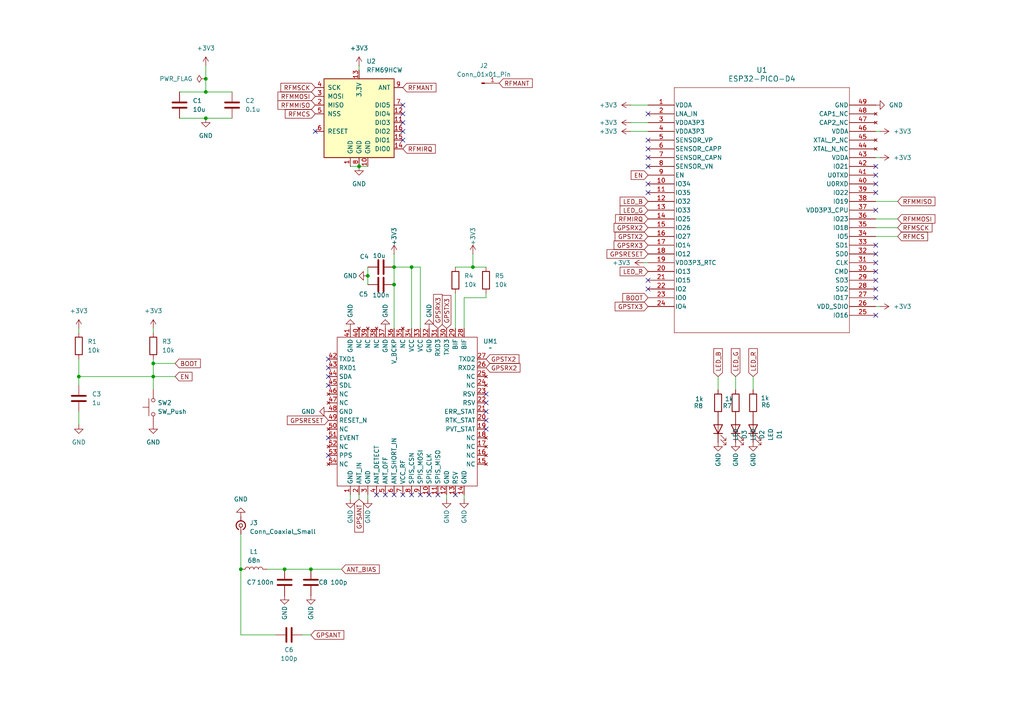
<source format=kicad_sch>
(kicad_sch (version 20250114) (generator "eeschema") (generator_version "9.0")
  (paper "A4")
  (lib_symbols
    (symbol "2025-09-01_11-16-28:ESP32-PICO-D4" (pin_names (offset 0.254))
      (property "Reference" "U" (at 33.02 10.16 0))
      (property "Value" "ESP32-PICO-D4" (at 33.02 7.62 0))
      (symbol "ESP32-PICO-D4_0_1"
        (polyline (pts (xy 7.62 5.08) (xy 7.62 -66.04)) (stroke (width 0.127)))
        (polyline (pts (xy 7.62 -66.04) (xy 58.42 -66.04)) (stroke (width 0.127)))
        (polyline (pts (xy 58.42 5.08) (xy 7.62 5.08)) (stroke (width 0.127)))
        (polyline (pts (xy 58.42 -66.04) (xy 58.42 5.08)) (stroke (width 0.127)))
        (pin power_in line (at 0 0 0) (length 7.62) (name "VDDA") (number "1"))
        (pin bidirectional line (at 0 -2.54 0) (length 7.62) (name "LNA_IN") (number "2"))
        (pin power_in line (at 0 -5.08 0) (length 7.62) (name "VDDA3P3") (number "3"))
        (pin power_in line (at 0 -7.62 0) (length 7.62) (name "VDDA3P3") (number "4"))
        (pin input line (at 0 -10.16 0) (length 7.62) (name "SENSOR_VP") (number "5"))
        (pin input line (at 0 -12.7 0) (length 7.62) (name "SENSOR_CAPP") (number "6"))
        (pin input line (at 0 -15.24 0) (length 7.62) (name "SENSOR_CAPN") (number "7"))
        (pin input line (at 0 -17.78 0) (length 7.62) (name "SENSOR_VN") (number "8"))
        (pin input line (at 0 -20.32 0) (length 7.62) (name "EN") (number "9"))
        (pin input line (at 0 -22.86 0) (length 7.62) (name "IO34") (number "10"))
        (pin input line (at 0 -25.4 0) (length 7.62) (name "IO35") (number "11"))
        (pin bidirectional line (at 0 -27.94 0) (length 7.62) (name "IO32") (number "12"))
        (pin bidirectional line (at 0 -30.48 0) (length 7.62) (name "IO33") (number "13"))
        (pin bidirectional line (at 0 -33.02 0) (length 7.62) (name "IO25") (number "14"))
        (pin bidirectional line (at 0 -35.56 0) (length 7.62) (name "IO26") (number "15"))
        (pin bidirectional line (at 0 -38.1 0) (length 7.62) (name "IO27") (number "16"))
        (pin bidirectional line (at 0 -40.64 0) (length 7.62) (name "IO14") (number "17"))
        (pin bidirectional line (at 0 -43.18 0) (length 7.62) (name "IO12") (number "18"))
        (pin power_in line (at 0 -45.72 0) (length 7.62) (name "VDD3P3_RTC") (number "19"))
        (pin bidirectional line (at 0 -48.26 0) (length 7.62) (name "IO13") (number "20"))
        (pin bidirectional line (at 0 -50.8 0) (length 7.62) (name "IO15") (number "21"))
        (pin bidirectional line (at 0 -53.34 0) (length 7.62) (name "IO2") (number "22"))
        (pin bidirectional line (at 0 -55.88 0) (length 7.62) (name "IO0") (number "23"))
        (pin bidirectional line (at 0 -58.42 0) (length 7.62) (name "IO4") (number "24"))
        (pin power_out line (at 66.04 0 180) (length 7.62) (name "GND") (number "49"))
        (pin no_connect line (at 66.04 -2.54 180) (length 7.62) (name "CAP1_NC") (number "48"))
        (pin no_connect line (at 66.04 -5.08 180) (length 7.62) (name "CAP2_NC") (number "47"))
        (pin power_in line (at 66.04 -7.62 180) (length 7.62) (name "VDDA") (number "46"))
        (pin no_connect line (at 66.04 -10.16 180) (length 7.62) (name "XTAL_P_NC") (number "45"))
        (pin no_connect line (at 66.04 -12.7 180) (length 7.62) (name "XTAL_N_NC") (number "44"))
        (pin power_in line (at 66.04 -15.24 180) (length 7.62) (name "VDDA") (number "43"))
        (pin bidirectional line (at 66.04 -17.78 180) (length 7.62) (name "IO21") (number "42"))
        (pin bidirectional line (at 66.04 -20.32 180) (length 7.62) (name "U0TXD") (number "41"))
        (pin bidirectional line (at 66.04 -22.86 180) (length 7.62) (name "U0RXD") (number "40"))
        (pin bidirectional line (at 66.04 -25.4 180) (length 7.62) (name "IO22") (number "39"))
        (pin bidirectional line (at 66.04 -27.94 180) (length 7.62) (name "IO19") (number "38"))
        (pin power_in line (at 66.04 -30.48 180) (length 7.62) (name "VDD3P3_CPU") (number "37"))
        (pin bidirectional line (at 66.04 -33.02 180) (length 7.62) (name "IO23") (number "36"))
        (pin bidirectional line (at 66.04 -35.56 180) (length 7.62) (name "IO18") (number "35"))
        (pin bidirectional line (at 66.04 -38.1 180) (length 7.62) (name "IO5") (number "34"))
        (pin bidirectional line (at 66.04 -40.64 180) (length 7.62) (name "SD1") (number "33"))
        (pin bidirectional line (at 66.04 -43.18 180) (length 7.62) (name "SD0") (number "32"))
        (pin bidirectional line (at 66.04 -45.72 180) (length 7.62) (name "CLK") (number "31"))
        (pin bidirectional line (at 66.04 -48.26 180) (length 7.62) (name "CMD") (number "30"))
        (pin bidirectional line (at 66.04 -50.8 180) (length 7.62) (name "SD3") (number "29"))
        (pin bidirectional line (at 66.04 -53.34 180) (length 7.62) (name "SD2") (number "28"))
        (pin bidirectional line (at 66.04 -55.88 180) (length 7.62) (name "IO17") (number "27"))
        (pin power_in line (at 66.04 -58.42 180) (length 7.62) (name "VDD_SDIO") (number "26"))
        (pin bidirectional line (at 66.04 -60.96 180) (length 7.62) (name "IO16") (number "25"))
      )
    )
    (symbol "Connector:Conn_01x01_Pin" (pin_names (offset 1.016) (hide yes))
      (property "Reference" "J" (at 0 2.54 0))
      (property "Value" "Conn_01x01_Pin" (at 0 -2.54 0))
      (symbol "Conn_01x01_Pin_1_1"
        (rectangle (start 0.8636 0.127) (end 0 -0.127) (stroke (width 0.1524)) (fill (type outline)))
        (polyline (pts (xy 1.27 0) (xy 0.8636 0)) (stroke (width 0.1524)))
        (pin passive line (at 5.08 0 180) (length 3.81) (name "Pin_1") (number "1"))
      )
    )
    (symbol "Connector:Conn_Coaxial_Small" (pin_numbers (hide yes)) (pin_names (offset 1.016) (hide yes))
      (property "Reference" "J" (at 0.254 3.048 0))
      (property "Value" "Conn_Coaxial_Small" (at 0 -3.81 0))
      (symbol "Conn_Coaxial_Small_0_1"
        (polyline (pts (xy -2.54 0) (xy -0.508 0)))
        (circle (center 0 0) (radius 0.508) (stroke (width 0.2032)))
      )
      (symbol "Conn_Coaxial_Small_1_1"
        (arc (start 1.3484 0.0039) (mid 0.327 -1.308) (end -1.1916 -0.6311) (stroke (width 0.3048)))
        (arc (start -1.1916 0.6311) (mid 0.327 1.3081) (end 1.3484 -0.0039) (stroke (width 0.3048)))
        (pin passive line (at -2.54 0 0) (length 1.27) (name "In") (number "1"))
        (pin passive line (at 2.54 0 180) (length 1.27) (name "Ext") (number "2"))
      )
    )
    (symbol "Device:C" (pin_numbers (hide yes)) (pin_names (offset 0.254))
      (property "Reference" "C" (at 0.635 2.54 0))
      (property "Value" "C" (at 0.635 -2.54 0))
      (symbol "C_0_1"
        (polyline (pts (xy -2.032 0.762) (xy 2.032 0.762)) (stroke (width 0.508)))
        (polyline (pts (xy -2.032 -0.762) (xy 2.032 -0.762)) (stroke (width 0.508)))
      )
      (symbol "C_1_1"
        (pin passive line (at 0 3.81 270) (length 2.794) (name "~") (number "1"))
        (pin passive line (at 0 -3.81 90) (length 2.794) (name "~") (number "2"))
      )
    )
    (symbol "Device:L" (pin_numbers (hide yes)) (pin_names (offset 1.016) (hide yes))
      (property "Reference" "L" (at -1.27 0 90))
      (property "Value" "L" (at 1.905 0 90))
      (symbol "L_0_1"
        (arc (start 0 2.54) (mid 0.6323 1.905) (end 0 1.27))
        (arc (start 0 1.27) (mid 0.6323 0.635) (end 0 0))
        (arc (start 0 0) (mid 0.6323 -0.635) (end 0 -1.27))
        (arc (start 0 -1.27) (mid 0.6323 -1.905) (end 0 -2.54))
      )
      (symbol "L_1_1"
        (pin passive line (at 0 3.81 270) (length 1.27) (name "1") (number "1"))
        (pin passive line (at 0 -3.81 90) (length 1.27) (name "2") (number "2"))
      )
    )
    (symbol "Device:LED" (pin_numbers (hide yes)) (pin_names (offset 1.016) (hide yes))
      (property "Reference" "D" (at 0 2.54 0))
      (property "Value" "LED" (at 0 -2.54 0))
      (symbol "LED_0_1"
        (polyline (pts (xy -3.048 -0.762) (xy -4.572 -2.286) (xy -3.81 -2.286) (xy -4.572 -2.286) (xy -4.572 -1.524)))
        (polyline (pts (xy -1.778 -0.762) (xy -3.302 -2.286) (xy -2.54 -2.286) (xy -3.302 -2.286) (xy -3.302 -1.524)))
        (polyline (pts (xy -1.27 0) (xy 1.27 0)))
        (polyline (pts (xy -1.27 -1.27) (xy -1.27 1.27)) (stroke (width 0.254)))
        (polyline (pts (xy 1.27 -1.27) (xy 1.27 1.27) (xy -1.27 0) (xy 1.27 -1.27)) (stroke (width 0.254)))
      )
      (symbol "LED_1_1"
        (pin passive line (at -3.81 0 0) (length 2.54) (name "K") (number "1"))
        (pin passive line (at 3.81 0 180) (length 2.54) (name "A") (number "2"))
      )
    )
    (symbol "Device:R" (pin_numbers (hide yes)) (pin_names (offset 0))
      (property "Reference" "R" (at 2.032 0 90))
      (property "Value" "R" (at 0 0 90))
      (symbol "R_0_1"
        (rectangle (start -1.016 -2.54) (end 1.016 2.54) (stroke (width 0.254)))
      )
      (symbol "R_1_1"
        (pin passive line (at 0 3.81 270) (length 1.27) (name "~") (number "1"))
        (pin passive line (at 0 -3.81 90) (length 1.27) (name "~") (number "2"))
      )
    )
    (symbol "Janus IO card:UM980"
      (property "Reference" "UM980" (at 12.954 19.304 0))
      (symbol "UM980_0_1"
        (rectangle (start -8.89 40.64) (end 31.75 -2.54))
      )
      (symbol "UM980_1_1"
        (pin bidirectional line (at -11.43 34.29 0) (length 2.54) (name "TXD1") (number "42"))
        (pin bidirectional line (at -11.43 31.75 0) (length 2.54) (name "RXD1") (number "43"))
        (pin bidirectional line (at -11.43 29.21 0) (length 2.54) (name "SDA") (number "44"))
        (pin bidirectional line (at -11.43 26.67 0) (length 2.54) (name "SDL") (number "45"))
        (pin no_connect line (at -11.43 24.13 0) (length 2.54) (name "NC") (number "46"))
        (pin no_connect line (at -11.43 21.59 0) (length 2.54) (name "NC") (number "47"))
        (pin power_in line (at -11.43 19.05 0) (length 2.54) (name "GND") (number "48"))
        (pin input line (at -11.43 16.51 0) (length 2.54) (name "RESET_N") (number "49"))
        (pin no_connect line (at -11.43 13.97 0) (length 2.54) (name "NC") (number "50"))
        (pin bidirectional line (at -11.43 11.43 0) (length 2.54) (name "EVENT") (number "51"))
        (pin no_connect line (at -11.43 8.89 0) (length 2.54) (name "NC") (number "52"))
        (pin bidirectional line (at -11.43 6.35 0) (length 2.54) (name "PPS") (number "53"))
        (pin no_connect line (at -11.43 3.81 0) (length 2.54) (name "NC") (number "54"))
        (pin power_in line (at -5.08 43.18 270) (length 2.54) (name "GND") (number "41"))
        (pin power_in line (at -5.08 -5.08 90) (length 2.54) (name "GND") (number "1"))
        (pin no_connect line (at -2.54 43.18 270) (length 2.54) (name "NC") (number "40"))
        (pin input line (at -2.54 -5.08 90) (length 2.54) (name "ANT_IN") (number "2"))
        (pin no_connect line (at 0 43.18 270) (length 2.54) (name "NC") (number "39"))
        (pin power_in line (at 0 -5.08 90) (length 2.54) (name "GND") (number "3"))
        (pin no_connect line (at 2.54 43.18 270) (length 2.54) (name "NC") (number "38"))
        (pin input line (at 2.54 -5.08 90) (length 2.54) (name "ANT_DETECT") (number "4"))
        (pin power_in line (at 5.08 43.18 270) (length 2.54) (name "GND") (number "37"))
        (pin input line (at 5.08 -5.08 90) (length 2.54) (name "ANT_OFF") (number "5"))
        (pin power_in line (at 7.62 43.18 270) (length 2.54) (name "V_BCKP") (number "36"))
        (pin input line (at 7.62 -5.08 90) (length 2.54) (name "ANT_SHORT_IN") (number "6"))
        (pin no_connect line (at 10.16 43.18 270) (length 2.54) (name "NC") (number "35"))
        (pin power_in line (at 10.16 -5.08 90) (length 2.54) (name "VCC_RF") (number "7"))
        (pin power_in line (at 12.7 43.18 270) (length 2.54) (name "VCC") (number "34"))
        (pin input line (at 12.7 -5.08 90) (length 2.54) (name "SPIS_CSN") (number "8"))
        (pin power_in line (at 15.24 43.18 270) (length 2.54) (name "VCC") (number "33"))
        (pin input line (at 15.24 -5.08 90) (length 2.54) (name "SPIS_MOSI") (number "9"))
        (pin power_in line (at 17.78 43.18 270) (length 2.54) (name "GND") (number "32"))
        (pin input line (at 17.78 -5.08 90) (length 2.54) (name "SPIS_CLK") (number "10"))
        (pin bidirectional line (at 20.32 43.18 270) (length 2.54) (name "RXD3") (number "31"))
        (pin input line (at 20.32 -5.08 90) (length 2.54) (name "SPIS_MISO") (number "11"))
        (pin bidirectional line (at 22.86 43.18 270) (length 2.54) (name "TXD3") (number "30"))
        (pin power_in line (at 22.86 -5.08 90) (length 2.54) (name "GND") (number "12"))
        (pin bidirectional line (at 25.4 43.18 270) (length 2.54) (name "BIF") (number "29"))
        (pin input line (at 25.4 -5.08 90) (length 2.54) (name "RSV") (number "13"))
        (pin bidirectional line (at 27.94 43.18 270) (length 2.54) (name "BIF") (number "28"))
        (pin power_in line (at 27.94 -5.08 90) (length 2.54) (name "GND") (number "14"))
        (pin bidirectional line (at 34.29 34.29 180) (length 2.54) (name "TXD2") (number "27"))
        (pin bidirectional line (at 34.29 31.75 180) (length 2.54) (name "RXD2") (number "26"))
        (pin no_connect line (at 34.29 29.21 180) (length 2.54) (name "NC") (number "25"))
        (pin no_connect line (at 34.29 26.67 180) (length 2.54) (name "NC") (number "24"))
        (pin bidirectional line (at 34.29 24.13 180) (length 2.54) (name "RSV") (number "23"))
        (pin bidirectional line (at 34.29 21.59 180) (length 2.54) (name "RSV") (number "22"))
        (pin bidirectional line (at 34.29 19.05 180) (length 2.54) (name "ERR_STAT") (number "21"))
        (pin bidirectional line (at 34.29 16.51 180) (length 2.54) (name "RTK_STAT") (number "20"))
        (pin bidirectional line (at 34.29 13.97 180) (length 2.54) (name "PVT_STAT") (number "19"))
        (pin no_connect line (at 34.29 11.43 180) (length 2.54) (name "NC") (number "18"))
        (pin no_connect line (at 34.29 8.89 180) (length 2.54) (name "NC") (number "17"))
        (pin no_connect line (at 34.29 6.35 180) (length 2.54) (name "NC") (number "16"))
        (pin no_connect line (at 34.29 3.81 180) (length 2.54) (name "NC") (number "15"))
      )
    )
    (symbol "RF_Module:RFM69HCW" (pin_names (offset 1.016))
      (property "Reference" "U" (at -10.414 11.684 0))
      (property "Value" "RFM69HCW" (at 1.524 11.43 0))
      (symbol "RFM69HCW_0_1"
        (rectangle (start -10.16 10.16) (end 10.16 -12.7) (stroke (width 0.254)) (fill (type background)))
      )
      (symbol "RFM69HCW_1_1"
        (pin input line (at -12.7 7.62 0) (length 2.54) (name "SCK") (number "4"))
        (pin input line (at -12.7 5.08 0) (length 2.54) (name "MOSI") (number "3"))
        (pin output line (at -12.7 2.54 0) (length 2.54) (name "MISO") (number "2"))
        (pin input line (at -12.7 0 0) (length 2.54) (name "NSS") (number "5"))
        (pin bidirectional line (at -12.7 -5.08 0) (length 2.54) (name "RESET") (number "6"))
        (pin power_in line (at -2.54 -15.24 90) (length 2.54) (name "GND") (number "1"))
        (pin power_in line (at 0 12.7 270) (length 2.54) (name "3.3V") (number "13"))
        (pin power_in line (at 0 -15.24 90) (length 2.54) (name "GND") (number "8"))
        (pin power_in line (at 2.54 -15.24 90) (length 2.54) (name "GND") (number "10"))
        (pin bidirectional line (at 12.7 7.62 180) (length 2.54) (name "ANT") (number "9"))
        (pin bidirectional line (at 12.7 2.54 180) (length 2.54) (name "DIO5") (number "7"))
        (pin bidirectional line (at 12.7 0 180) (length 2.54) (name "DIO4") (number "12"))
        (pin bidirectional line (at 12.7 -2.54 180) (length 2.54) (name "DIO3") (number "11"))
        (pin bidirectional line (at 12.7 -5.08 180) (length 2.54) (name "DIO2") (number "16"))
        (pin bidirectional line (at 12.7 -7.62 180) (length 2.54) (name "DIO1") (number "15"))
        (pin bidirectional line (at 12.7 -10.16 180) (length 2.54) (name "DIO0") (number "14"))
      )
    )
    (symbol "Switch:SW_Push" (pin_numbers (hide yes)) (pin_names (offset 1.016) (hide yes))
      (property "Reference" "SW" (at 1.27 2.54 0))
      (property "Value" "SW_Push" (at 0 -1.524 0))
      (symbol "SW_Push_0_1"
        (circle (center -2.032 0) (radius 0.508))
        (polyline (pts (xy 0 1.27) (xy 0 3.048)))
        (circle (center 2.032 0) (radius 0.508))
        (polyline (pts (xy 2.54 1.27) (xy -2.54 1.27)))
        (pin passive line (at -5.08 0 0) (length 2.54) (name "1") (number "1"))
        (pin passive line (at 5.08 0 180) (length 2.54) (name "2") (number "2"))
      )
    )
    (symbol "power:+3V3" (power) (pin_numbers (hide yes)) (pin_names (offset 0) (hide yes))
      (property "Value" "+3V3" (at 0 3.556 0))
      (symbol "+3V3_0_1"
        (polyline (pts (xy -0.762 1.27) (xy 0 2.54)))
        (polyline (pts (xy 0 2.54) (xy 0.762 1.27)))
        (polyline (pts (xy 0 0) (xy 0 2.54)))
      )
      (symbol "+3V3_1_1"
        (pin power_in line (at 0 0 90) (length 0) (name "~") (number "1"))
      )
    )
    (symbol "power:GND" (power) (pin_numbers (hide yes)) (pin_names (offset 0) (hide yes))
      (property "Value" "GND" (at 0 -3.81 0))
      (symbol "GND_0_1"
        (polyline (pts (xy 0 0) (xy 0 -1.27) (xy 1.27 -1.27) (xy 0 -2.54) (xy -1.27 -1.27) (xy 0 -1.27)))
      )
      (symbol "GND_1_1"
        (pin power_in line (at 0 0 270) (length 0) (name "~") (number "1"))
      )
    )
    (symbol "power:PWR_FLAG" (power) (pin_numbers (hide yes)) (pin_names (offset 0) (hide yes))
      (property "Value" "PWR_FLAG" (at 0 3.81 0))
      (symbol "PWR_FLAG_0_0"
        (pin power_out line (at 0 0 90) (length 0) (name "~") (number "1"))
      )
      (symbol "PWR_FLAG_0_1"
        (polyline (pts (xy 0 0) (xy 0 1.27) (xy -1.016 1.905) (xy 0 2.54) (xy 1.016 1.905) (xy 0 1.27)))
      )
    )
  )
  (junction (at 44.45 109.22))
  (junction (at 59.69 22.86))
  (junction (at 119.38 77.47))
  (junction (at 114.3 82.55))
  (junction (at 59.69 34.29))
  (junction (at 59.69 26.67))
  (junction (at 114.3 77.47))
  (junction (at 22.86 109.22))
  (junction (at 106.68 80.01))
  (junction (at 82.55 165.1))
  (junction (at 90.17 165.1))
  (junction (at 104.14 48.26))
  (junction (at 137.16 77.47))
  (junction (at 69.85 165.1))
  (junction (at 44.45 105.41))
  (no_connect (at 95.25 132.08))
  (no_connect (at 254 91.44))
  (no_connect (at 91.44 38.1))
  (no_connect (at 140.97 121.92))
  (no_connect (at 254 53.34))
  (no_connect (at 187.96 55.88))
  (no_connect (at 95.25 111.76))
  (no_connect (at 254 78.74))
  (no_connect (at 187.96 53.34))
  (no_connect (at 116.84 33.02))
  (no_connect (at 254 60.96))
  (no_connect (at 140.97 124.46))
  (no_connect (at 116.84 143.51))
  (no_connect (at 187.96 83.82))
  (no_connect (at 95.25 106.68))
  (no_connect (at 187.96 33.02))
  (no_connect (at 254 83.82))
  (no_connect (at 116.84 35.56))
  (no_connect (at 254 81.28))
  (no_connect (at 116.84 40.64))
  (no_connect (at 95.25 127))
  (no_connect (at 116.84 38.1))
  (no_connect (at 254 76.2))
  (no_connect (at 109.22 143.51))
  (no_connect (at 132.08 143.51))
  (no_connect (at 254 50.8))
  (no_connect (at 114.3 143.51))
  (no_connect (at 124.46 143.51))
  (no_connect (at 116.84 30.48))
  (no_connect (at 254 48.26))
  (no_connect (at 254 71.12))
  (no_connect (at 119.38 143.51))
  (no_connect (at 254 73.66))
  (no_connect (at 95.25 104.14))
  (no_connect (at 254 55.88))
  (no_connect (at 140.97 119.38))
  (no_connect (at 95.25 109.22))
  (no_connect (at 254 86.36))
  (no_connect (at 187.96 48.26))
  (no_connect (at 187.96 40.64))
  (no_connect (at 187.96 45.72))
  (no_connect (at 140.97 116.84))
  (no_connect (at 187.96 81.28))
  (no_connect (at 140.97 114.3))
  (no_connect (at 127 143.51))
  (no_connect (at 121.92 143.51))
  (no_connect (at 111.76 143.51))
  (no_connect (at 187.96 43.18))
  (wire (pts (xy 254 63.5) (xy 260.35 63.5)))
  (wire (pts (xy 213.36 109.22) (xy 213.36 113.03)))
  (wire (pts (xy 82.55 165.1) (xy 90.17 165.1)))
  (wire (pts (xy 87.63 184.15) (xy 90.17 184.15)))
  (wire (pts (xy 69.85 184.15) (xy 69.85 165.1)))
  (wire (pts (xy 119.38 77.47) (xy 119.38 95.25)))
  (wire (pts (xy 119.38 77.47) (xy 121.92 77.47)))
  (wire (pts (xy 77.47 165.1) (xy 82.55 165.1)))
  (wire (pts (xy 22.86 109.22) (xy 44.45 109.22)))
  (wire (pts (xy 22.86 109.22) (xy 22.86 111.76)))
  (wire (pts (xy 182.88 38.1) (xy 187.96 38.1)))
  (wire (pts (xy 114.3 82.55) (xy 114.3 77.47)))
  (wire (pts (xy 218.44 113.03) (xy 218.44 109.22)))
  (wire (pts (xy 106.68 80.01) (xy 106.68 82.55)))
  (wire (pts (xy 137.16 77.47) (xy 140.97 77.47)))
  (wire (pts (xy 52.07 34.29) (xy 59.69 34.29)))
  (wire (pts (xy 255.27 38.1) (xy 254 38.1)))
  (wire (pts (xy 186.69 76.2) (xy 187.96 76.2)))
  (wire (pts (xy 254 58.42) (xy 260.35 58.42)))
  (wire (pts (xy 114.3 77.47) (xy 119.38 77.47)))
  (wire (pts (xy 69.85 154.94) (xy 69.85 165.1)))
  (wire (pts (xy 208.28 113.03) (xy 208.28 109.22)))
  (wire (pts (xy 50.8 105.41) (xy 44.45 105.41)))
  (wire (pts (xy 106.68 144.78) (xy 106.68 143.51)))
  (wire (pts (xy 254 66.04) (xy 260.35 66.04)))
  (wire (pts (xy 44.45 95.25) (xy 44.45 96.52)))
  (wire (pts (xy 132.08 85.09) (xy 132.08 95.25)))
  (wire (pts (xy 90.17 165.1) (xy 99.06 165.1)))
  (wire (pts (xy 22.86 104.14) (xy 22.86 109.22)))
  (wire (pts (xy 59.69 19.05) (xy 59.69 22.86)))
  (wire (pts (xy 101.6 48.26) (xy 104.14 48.26)))
  (wire (pts (xy 255.27 45.72) (xy 254 45.72)))
  (wire (pts (xy 44.45 104.14) (xy 44.45 105.41)))
  (wire (pts (xy 59.69 34.29) (xy 67.31 34.29)))
  (wire (pts (xy 121.92 95.25) (xy 121.92 77.47)))
  (wire (pts (xy 44.45 113.03) (xy 44.45 109.22)))
  (wire (pts (xy 104.14 48.26) (xy 106.68 48.26)))
  (wire (pts (xy 140.97 85.09) (xy 140.97 86.36)))
  (wire (pts (xy 129.54 144.78) (xy 129.54 143.51)))
  (wire (pts (xy 137.16 73.66) (xy 137.16 77.47)))
  (wire (pts (xy 22.86 119.38) (xy 22.86 123.19)))
  (wire (pts (xy 182.88 30.48) (xy 187.96 30.48)))
  (wire (pts (xy 104.14 144.78) (xy 104.14 143.51)))
  (wire (pts (xy 59.69 22.86) (xy 59.69 26.67)))
  (wire (pts (xy 134.62 86.36) (xy 134.62 95.25)))
  (wire (pts (xy 114.3 95.25) (xy 114.3 82.55)))
  (wire (pts (xy 104.14 19.05) (xy 104.14 20.32)))
  (wire (pts (xy 140.97 86.36) (xy 134.62 86.36)))
  (wire (pts (xy 52.07 26.67) (xy 59.69 26.67)))
  (wire (pts (xy 101.6 144.78) (xy 101.6 143.51)))
  (wire (pts (xy 22.86 95.25) (xy 22.86 96.52)))
  (wire (pts (xy 255.27 88.9) (xy 254 88.9)))
  (wire (pts (xy 132.08 77.47) (xy 137.16 77.47)))
  (wire (pts (xy 182.88 35.56) (xy 187.96 35.56)))
  (wire (pts (xy 59.69 26.67) (xy 67.31 26.67)))
  (wire (pts (xy 106.68 77.47) (xy 106.68 80.01)))
  (wire (pts (xy 134.62 144.78) (xy 134.62 143.51)))
  (wire (pts (xy 44.45 105.41) (xy 44.45 109.22)))
  (wire (pts (xy 44.45 109.22) (xy 50.8 109.22)))
  (wire (pts (xy 80.01 184.15) (xy 69.85 184.15)))
  (wire (pts (xy 260.35 68.58) (xy 254 68.58)))
  (wire (pts (xy 114.3 73.66) (xy 114.3 77.47)))
  (global_label "LED_R" (shape input) (at 187.96 78.74 180) (property "Intersheetrefs" "${INTERSHEET_REFS}" (effects (hide yes))))
  (global_label "GPSRX3" (shape input) (at 187.96 71.12 180) (property "Intersheetrefs" "${INTERSHEET_REFS}" (effects (hide yes))))
  (global_label "RFMMOSI" (shape input) (at 260.35 63.5 0) (property "Intersheetrefs" "${INTERSHEET_REFS}" (effects (hide yes))))
  (global_label "RFMANT" (shape input) (at 116.84 25.4 0) (property "Intersheetrefs" "${INTERSHEET_REFS}" (effects (hide yes))))
  (global_label "GPSRX3" (shape input) (at 127 95.25 90) (property "Intersheetrefs" "${INTERSHEET_REFS}" (effects (hide yes))))
  (global_label "GPSANT" (shape input) (at 90.17 184.15 0) (property "Intersheetrefs" "${INTERSHEET_REFS}" (effects (hide yes))))
  (global_label "GPSTX2" (shape input) (at 140.97 104.14 0) (property "Intersheetrefs" "${INTERSHEET_REFS}" (effects (hide yes))))
  (global_label "GPSTX3" (shape input) (at 187.96 88.9 180) (property "Intersheetrefs" "${INTERSHEET_REFS}" (effects (hide yes))))
  (global_label "GPSRX2" (shape input) (at 140.97 106.68 0) (property "Intersheetrefs" "${INTERSHEET_REFS}" (effects (hide yes))))
  (global_label "GPSRESET" (shape input) (at 95.25 121.92 180) (property "Intersheetrefs" "${INTERSHEET_REFS}" (effects (hide yes))))
  (global_label "GPSRX2" (shape input) (at 187.96 66.04 180) (property "Intersheetrefs" "${INTERSHEET_REFS}" (effects (hide yes))))
  (global_label "BOOT" (shape input) (at 187.96 86.36 180) (property "Intersheetrefs" "${INTERSHEET_REFS}" (effects (hide yes))))
  (global_label "ANT_BIAS" (shape input) (at 99.06 165.1 0) (property "Intersheetrefs" "${INTERSHEET_REFS}" (effects (hide yes))))
  (global_label "GPSRESET" (shape input) (at 187.96 73.66 180) (property "Intersheetrefs" "${INTERSHEET_REFS}" (effects (hide yes))))
  (global_label "RFMMOSI" (shape input) (at 91.44 27.94 180) (property "Intersheetrefs" "${INTERSHEET_REFS}" (effects (hide yes))))
  (global_label "LED_R" (shape input) (at 218.44 109.22 90) (property "Intersheetrefs" "${INTERSHEET_REFS}" (effects (hide yes))))
  (global_label "RFMCS" (shape input) (at 91.44 33.02 180) (property "Intersheetrefs" "${INTERSHEET_REFS}" (effects (hide yes))))
  (global_label "LED_B" (shape input) (at 187.96 58.42 180) (property "Intersheetrefs" "${INTERSHEET_REFS}" (effects (hide yes))))
  (global_label "RFMANT" (shape input) (at 144.78 24.13 0) (property "Intersheetrefs" "${INTERSHEET_REFS}" (effects (hide yes))))
  (global_label "RFMMISO" (shape input) (at 260.35 58.42 0) (property "Intersheetrefs" "${INTERSHEET_REFS}" (effects (hide yes))))
  (global_label "LED_B" (shape input) (at 208.28 109.22 90) (property "Intersheetrefs" "${INTERSHEET_REFS}" (effects (hide yes))))
  (global_label "GPSTX3" (shape input) (at 129.54 95.25 90) (property "Intersheetrefs" "${INTERSHEET_REFS}" (effects (hide yes))))
  (global_label "RFMCS" (shape input) (at 260.35 68.58 0) (property "Intersheetrefs" "${INTERSHEET_REFS}" (effects (hide yes))))
  (global_label "GPSANT" (shape input) (at 104.14 144.78 270) (property "Intersheetrefs" "${INTERSHEET_REFS}" (effects (hide yes))))
  (global_label "BOOT" (shape input) (at 50.8 105.41 0) (property "Intersheetrefs" "${INTERSHEET_REFS}" (effects (hide yes))))
  (global_label "RFMSCK" (shape input) (at 91.44 25.4 180) (property "Intersheetrefs" "${INTERSHEET_REFS}" (effects (hide yes))))
  (global_label "LED_G" (shape input) (at 213.36 109.22 90) (property "Intersheetrefs" "${INTERSHEET_REFS}" (effects (hide yes))))
  (global_label "RFMIRQ" (shape input) (at 116.84 43.18 0) (property "Intersheetrefs" "${INTERSHEET_REFS}" (effects (hide yes))))
  (global_label "RFMSCK" (shape input) (at 260.35 66.04 0) (property "Intersheetrefs" "${INTERSHEET_REFS}" (effects (hide yes))))
  (global_label "RFMIRQ" (shape input) (at 187.96 63.5 180) (property "Intersheetrefs" "${INTERSHEET_REFS}" (effects (hide yes))))
  (global_label "RFMMISO" (shape input) (at 91.44 30.48 180) (property "Intersheetrefs" "${INTERSHEET_REFS}" (effects (hide yes))))
  (global_label "GPSTX2" (shape input) (at 187.96 68.58 180) (property "Intersheetrefs" "${INTERSHEET_REFS}" (effects (hide yes))))
  (global_label "LED_G" (shape input) (at 187.96 60.96 180) (property "Intersheetrefs" "${INTERSHEET_REFS}" (effects (hide yes))))
  (global_label "EN" (shape input) (at 50.8 109.22 0) (property "Intersheetrefs" "${INTERSHEET_REFS}" (effects (hide yes))))
  (global_label "EN" (shape input) (at 187.96 50.8 180) (property "Intersheetrefs" "${INTERSHEET_REFS}" (effects (hide yes))))
  (symbol (lib_id "Device:R") (at 140.97 81.28 0) (unit 1)
    (property "Reference" "R5" (at 143.51 80.0099 0) (effects (justify left)))
    (property "Value" "10k" (at 143.51 82.5499 0) (effects (justify left)))
    (property "Footprint" "Resistor_SMD:R_0201_0603Metric" (effects (hide yes)))
    (property "Description" "Resistor" (effects (hide yes)))
  )
  (symbol (lib_id "power:GND") (at 90.17 172.72 0) (unit 1)
    (property "Reference" "#PWR029" (effects (hide yes)))
    (property "Value" "GND" (at 90.17 177.8 90))
    (property "Description" "Power symbol creates a global label with name \"GND\" , ground" (effects (hide yes)))
  )
  (symbol (lib_id "Device:C") (at 52.07 30.48 0) (unit 1)
    (property "Reference" "C1" (at 55.88 29.2099 0) (effects (justify left)))
    (property "Value" "10u" (at 55.88 31.7499 0) (effects (justify left)))
    (property "Footprint" "Capacitor_SMD:C_0201_0603Metric" (effects (hide yes)))
    (property "Description" "Unpolarized capacitor" (effects (hide yes)))
  )
  (symbol (lib_id "Device:C") (at 83.82 184.15 90) (unit 1)
    (property "Reference" "C6" (at 83.82 188.468 90))
    (property "Value" "100p" (at 83.82 191.008 90))
    (property "Footprint" "Capacitor_SMD:C_0201_0603Metric" (effects (hide yes)))
    (property "Description" "Unpolarized capacitor" (effects (hide yes)))
  )
  (symbol (lib_id "power:GND") (at 213.36 128.27 0) (unit 1)
    (property "Reference" "#PWR031" (effects (hide yes)))
    (property "Value" "GND" (at 213.36 133.35 90))
    (property "Description" "Power symbol creates a global label with name \"GND\" , ground" (effects (hide yes)))
  )
  (symbol (lib_id "power:+3V3") (at 182.88 30.48 90) (unit 1)
    (property "Reference" "#PWR04" (effects (hide yes)))
    (property "Value" "+3V3" (at 179.07 30.4799 90) (effects (justify left)))
    (property "Description" "Power symbol creates a global label with name \"+3V3\"" (effects (hide yes)))
  )
  (symbol (lib_id "Janus IO card:UM980") (at 106.68 138.43 0) (unit 1)
    (property "Reference" "UM1" (at 142.24 98.9898 0))
    (property "Value" "~" (at 142.24 100.8949 0))
    (property "Footprint" "SamacSys_Parts:UM980" (effects (hide yes)))
  )
  (symbol (lib_id "Device:R") (at 218.44 116.84 0) (unit 1)
    (property "Reference" "R6" (at 222.123 117.475 0))
    (property "Value" "1k" (at 221.869 115.443 0))
    (property "Footprint" "Resistor_SMD:R_0201_0603Metric" (effects (hide yes)))
    (property "Description" "Resistor" (effects (hide yes)))
  )
  (symbol (lib_id "power:GND") (at 101.6 95.25 180) (unit 1)
    (property "Reference" "#PWR022" (effects (hide yes)))
    (property "Value" "GND" (at 101.6 90.17 90))
    (property "Description" "Power symbol creates a global label with name \"GND\" , ground" (effects (hide yes)))
  )
  (symbol (lib_id "power:+3V3") (at 114.3 73.66 0) (unit 1)
    (property "Reference" "#PWR025" (effects (hide yes)))
    (property "Value" "+3V3" (at 114.3 68.58 90))
    (property "Description" "Power symbol creates a global label with name \"+3V3\"" (effects (hide yes)))
  )
  (symbol (lib_id "power:GND") (at 59.69 34.29 0) (unit 1)
    (property "Reference" "#PWR02" (effects (hide yes)))
    (property "Value" "GND" (at 59.69 39.37 0))
    (property "Description" "Power symbol creates a global label with name \"GND\" , ground" (effects (hide yes)))
  )
  (symbol (lib_id "2025-09-01_11-16-28:ESP32-PICO-D4") (at 187.96 30.48 0) (unit 1)
    (property "Reference" "U1" (at 220.98 20.32 0) (effects (font (size 1.524 1.524))))
    (property "Value" "ESP32-PICO-D4" (at 220.98 22.86 0) (effects (font (size 1.524 1.524))))
    (property "Footprint" "ESP32-PICO-D4_EXP" (effects (hide yes)))
    (property "Datasheet" "ESP32-PICO-D4" (effects (hide yes)))
  )
  (symbol (lib_id "Device:C") (at 90.17 168.91 180) (unit 1)
    (property "Reference" "C8" (at 93.726 168.91 0))
    (property "Value" "100p" (at 98.298 168.91 0))
    (property "Footprint" "Capacitor_SMD:C_0201_0603Metric" (effects (hide yes)))
    (property "Description" "Unpolarized capacitor" (effects (hide yes)))
  )
  (symbol (lib_id "Device:C") (at 110.49 77.47 270) (unit 1)
    (property "Reference" "C4" (at 105.664 74.422 90))
    (property "Value" "10u" (at 109.982 74.168 90))
    (property "Footprint" "Capacitor_SMD:C_0201_0603Metric" (effects (hide yes)))
    (property "Description" "Unpolarized capacitor" (effects (hide yes)))
  )
  (symbol (lib_id "power:GND") (at 95.25 119.38 270) (unit 1)
    (property "Reference" "#PWR021" (effects (hide yes)))
    (property "Value" "GND" (at 91.44 119.3799 90) (effects (justify right)))
    (property "Description" "Power symbol creates a global label with name \"GND\" , ground" (effects (hide yes)))
  )
  (symbol (lib_id "Device:R") (at 213.36 116.84 0) (unit 1)
    (property "Reference" "R7" (at 210.947 117.729 0))
    (property "Value" "1k" (at 211.455 115.697 0))
    (property "Footprint" "Resistor_SMD:R_0201_0603Metric" (effects (hide yes)))
    (property "Description" "Resistor" (effects (hide yes)))
  )
  (symbol (lib_id "power:GND") (at 44.45 123.19 0) (unit 1)
    (property "Reference" "#PWR012" (effects (hide yes)))
    (property "Value" "GND" (at 44.45 128.27 0))
    (property "Description" "Power symbol creates a global label with name \"GND\" , ground" (effects (hide yes)))
  )
  (symbol (lib_id "RF_Module:RFM69HCW") (at 104.14 33.02 0) (unit 1)
    (property "Reference" "U2" (at 106.2833 17.78 0) (effects (justify left)))
    (property "Value" "RFM69HCW" (at 106.2833 20.32 0) (effects (justify left)))
    (property "Footprint" "footprints:MOD_COM-13909" (effects (hide yes)))
    (property "Datasheet" "https://www.hoperf.com/data/upload/portal/20181127/5bfcb8284d838.pdf" (effects (hide yes)))
    (property "Description" "Low power ISM Radio Transceiver Module, SPI interface, AES encryption, 434 or 915 MHz, up to 100mW, up to 300 kb/s, SMD-16, DIP-16" (effects (hide yes)))
  )
  (symbol (lib_id "power:GND") (at 69.85 149.86 180) (unit 1)
    (property "Reference" "#PWR033" (effects (hide yes)))
    (property "Value" "GND" (at 69.85 144.78 0))
    (property "Description" "Power symbol creates a global label with name \"GND\" , ground" (effects (hide yes)))
  )
  (symbol (lib_id "power:+3V3") (at 255.27 45.72 270) (unit 1)
    (property "Reference" "#PWR08" (effects (hide yes)))
    (property "Value" "+3V3" (at 259.08 45.7201 90) (effects (justify left)))
    (property "Description" "Power symbol creates a global label with name \"+3V3\"" (effects (hide yes)))
  )
  (symbol (lib_id "power:GND") (at 82.55 172.72 0) (unit 1)
    (property "Reference" "#PWR026" (effects (hide yes)))
    (property "Value" "GND" (at 82.55 177.8 90))
    (property "Description" "Power symbol creates a global label with name \"GND\" , ground" (effects (hide yes)))
  )
  (symbol (lib_id "power:+3V3") (at 44.45 95.25 0) (unit 1)
    (property "Reference" "#PWR015" (effects (hide yes)))
    (property "Value" "+3V3" (at 44.45 90.17 0))
    (property "Description" "Power symbol creates a global label with name \"+3V3\"" (effects (hide yes)))
  )
  (symbol (lib_id "Device:LED") (at 218.44 124.46 90) (unit 1)
    (property "Reference" "D1" (at 226.06 126.0475 0))
    (property "Value" "LED" (at 223.52 126.0475 0))
    (property "Footprint" "LED_SMD:LED_0603_1608Metric" (effects (hide yes)))
    (property "Description" "Light emitting diode" (effects (hide yes)))
    (property "Sim.Pins" "1=K 2=A" (effects (hide yes)))
  )
  (symbol (lib_id "power:GND") (at 104.14 48.26 0) (unit 1)
    (property "Reference" "#PWR014" (effects (hide yes)))
    (property "Value" "GND" (at 104.14 53.34 0))
    (property "Description" "Power symbol creates a global label with name \"GND\" , ground" (effects (hide yes)))
  )
  (symbol (lib_id "power:GND") (at 129.54 144.78 0) (unit 1)
    (property "Reference" "#PWR018" (effects (hide yes)))
    (property "Value" "GND" (at 129.54 149.86 90))
    (property "Description" "Power symbol creates a global label with name \"GND\" , ground" (effects (hide yes)))
  )
  (symbol (lib_id "Device:LED") (at 213.36 124.46 90) (unit 1)
    (property "Reference" "D2" (at 220.98 126.0475 0))
    (property "Value" "LED" (at 218.44 126.0475 0))
    (property "Footprint" "LED_SMD:LED_0603_1608Metric" (effects (hide yes)))
    (property "Description" "Light emitting diode" (effects (hide yes)))
    (property "Sim.Pins" "1=K 2=A" (effects (hide yes)))
  )
  (symbol (lib_id "Device:R") (at 132.08 81.28 0) (unit 1)
    (property "Reference" "R4" (at 134.62 80.0099 0) (effects (justify left)))
    (property "Value" "10k" (at 134.62 82.5499 0) (effects (justify left)))
    (property "Footprint" "Resistor_SMD:R_0201_0603Metric" (effects (hide yes)))
    (property "Description" "Resistor" (effects (hide yes)))
  )
  (symbol (lib_id "power:GND") (at 218.44 128.27 0) (unit 1)
    (property "Reference" "#PWR030" (effects (hide yes)))
    (property "Value" "GND" (at 218.44 133.35 90))
    (property "Description" "Power symbol creates a global label with name \"GND\" , ground" (effects (hide yes)))
  )
  (symbol (lib_id "power:GND") (at 106.68 144.78 0) (unit 1)
    (property "Reference" "#PWR019" (effects (hide yes)))
    (property "Value" "GND" (at 106.68 149.86 90))
    (property "Description" "Power symbol creates a global label with name \"GND\" , ground" (effects (hide yes)))
  )
  (symbol (lib_id "power:GND") (at 111.76 95.25 180) (unit 1)
    (property "Reference" "#PWR023" (effects (hide yes)))
    (property "Value" "GND" (at 111.76 90.17 90))
    (property "Description" "Power symbol creates a global label with name \"GND\" , ground" (effects (hide yes)))
  )
  (symbol (lib_id "power:+3V3") (at 255.27 88.9 270) (unit 1)
    (property "Reference" "#PWR09" (effects (hide yes)))
    (property "Value" "+3V3" (at 259.08 88.9001 90) (effects (justify left)))
    (property "Description" "Power symbol creates a global label with name \"+3V3\"" (effects (hide yes)))
  )
  (symbol (lib_id "Device:C") (at 82.55 168.91 180) (unit 1)
    (property "Reference" "C7" (at 72.898 168.91 0))
    (property "Value" "100n" (at 76.962 168.91 0))
    (property "Footprint" "Capacitor_SMD:C_0201_0603Metric" (effects (hide yes)))
    (property "Description" "Unpolarized capacitor" (effects (hide yes)))
  )
  (symbol (lib_id "power:GND") (at 208.28 128.27 0) (unit 1)
    (property "Reference" "#PWR032" (effects (hide yes)))
    (property "Value" "GND" (at 208.28 133.35 90))
    (property "Description" "Power symbol creates a global label with name \"GND\" , ground" (effects (hide yes)))
  )
  (symbol (lib_id "power:+3V3") (at 255.27 38.1 270) (unit 1)
    (property "Reference" "#PWR07" (effects (hide yes)))
    (property "Value" "+3V3" (at 259.08 38.1001 90) (effects (justify left)))
    (property "Description" "Power symbol creates a global label with name \"+3V3\"" (effects (hide yes)))
  )
  (symbol (lib_id "power:GND") (at 22.86 123.19 0) (unit 1)
    (property "Reference" "#PWR01" (effects (hide yes)))
    (property "Value" "GND" (at 22.86 128.27 0))
    (property "Description" "Power symbol creates a global label with name \"GND\" , ground" (effects (hide yes)))
  )
  (symbol (lib_id "power:+3V3") (at 104.14 19.05 0) (unit 1)
    (property "Reference" "#PWR016" (effects (hide yes)))
    (property "Value" "+3V3" (at 104.14 13.97 0))
    (property "Description" "Power symbol creates a global label with name \"+3V3\"" (effects (hide yes)))
  )
  (symbol (lib_id "power:+3V3") (at 22.86 95.25 0) (unit 1)
    (property "Reference" "#PWR013" (effects (hide yes)))
    (property "Value" "+3V3" (at 22.86 90.17 0))
    (property "Description" "Power symbol creates a global label with name \"+3V3\"" (effects (hide yes)))
  )
  (symbol (lib_id "Connector:Conn_01x01_Pin") (at 139.7 24.13 0) (unit 1)
    (property "Reference" "J2" (at 140.335 19.05 0))
    (property "Value" "Conn_01x01_Pin" (at 140.335 21.59 0))
    (property "Footprint" "Connector_PinHeader_2.54mm:PinHeader_1x01_P2.54mm_Vertical" (effects (hide yes)))
    (property "Description" "Generic connector, single row, 01x01, script generated" (effects (hide yes)))
  )
  (symbol (lib_id "Device:L") (at 73.66 165.1 90) (unit 1)
    (property "Reference" "L1" (at 73.66 160.02 90))
    (property "Value" "68n" (at 73.66 162.56 90))
    (property "Footprint" "Inductor_SMD:L_0201_0603Metric" (effects (hide yes)))
    (property "Description" "Inductor" (effects (hide yes)))
  )
  (symbol (lib_id "power:GND") (at 254 30.48 90) (unit 1)
    (property "Reference" "#PWR011" (effects (hide yes)))
    (property "Value" "GND" (at 257.81 30.4799 90) (effects (justify right)))
    (property "Description" "Power symbol creates a global label with name \"GND\" , ground" (effects (hide yes)))
  )
  (symbol (lib_id "Switch:SW_Push") (at 44.45 118.11 90) (unit 1)
    (property "Reference" "SW2" (at 45.72 116.8399 90) (effects (justify right)))
    (property "Value" "SW_Push" (at 45.72 119.3799 90) (effects (justify right)))
    (property "Footprint" "Button_Switch_SMD:SW_Push_1P1T_NO_CK_PTS125Sx43PSMTR" (effects (hide yes)))
    (property "Description" "Push button switch, generic, two pins" (effects (hide yes)))
  )
  (symbol (lib_id "power:+3V3") (at 137.16 73.66 0) (unit 1)
    (property "Reference" "#PWR028" (effects (hide yes)))
    (property "Value" "+3V3" (at 137.16 68.58 90))
    (property "Description" "Power symbol creates a global label with name \"+3V3\"" (effects (hide yes)))
  )
  (symbol (lib_id "power:GND") (at 106.68 80.01 270) (unit 1)
    (property "Reference" "#PWR027" (effects (hide yes)))
    (property "Value" "GND" (at 101.6 80.01 90))
    (property "Description" "Power symbol creates a global label with name \"GND\" , ground" (effects (hide yes)))
  )
  (symbol (lib_id "power:PWR_FLAG") (at 59.69 22.86 90) (unit 1)
    (property "Reference" "#FLG01" (effects (hide yes)))
    (property "Value" "PWR_FLAG" (at 55.88 22.8599 90) (effects (justify left)))
    (property "Description" "Special symbol for telling ERC where power comes from" (effects (hide yes)))
  )
  (symbol (lib_id "Device:LED") (at 208.28 124.46 90) (unit 1)
    (property "Reference" "D3" (at 215.9 126.0475 0))
    (property "Value" "LED" (at 213.36 126.0475 0))
    (property "Footprint" "LED_SMD:LED_0603_1608Metric" (effects (hide yes)))
    (property "Description" "Light emitting diode" (effects (hide yes)))
    (property "Sim.Pins" "1=K 2=A" (effects (hide yes)))
  )
  (symbol (lib_id "Device:C") (at 22.86 115.57 0) (unit 1)
    (property "Reference" "C3" (at 26.67 114.2999 0) (effects (justify left)))
    (property "Value" "1u" (at 26.67 116.8399 0) (effects (justify left)))
    (property "Footprint" "Capacitor_SMD:C_0201_0603Metric" (effects (hide yes)))
    (property "Description" "Unpolarized capacitor" (effects (hide yes)))
  )
  (symbol (lib_id "power:+3V3") (at 59.69 19.05 0) (unit 1)
    (property "Reference" "#PWR03" (effects (hide yes)))
    (property "Value" "+3V3" (at 59.69 13.97 0))
    (property "Description" "Power symbol creates a global label with name \"+3V3\"" (effects (hide yes)))
  )
  (symbol (lib_id "power:+3V3") (at 182.88 38.1 90) (unit 1)
    (property "Reference" "#PWR06" (effects (hide yes)))
    (property "Value" "+3V3" (at 179.07 38.0999 90) (effects (justify left)))
    (property "Description" "Power symbol creates a global label with name \"+3V3\"" (effects (hide yes)))
  )
  (symbol (lib_id "Device:R") (at 22.86 100.33 180) (unit 1)
    (property "Reference" "R1" (at 25.4 99.0599 0) (effects (justify right)))
    (property "Value" "10k" (at 25.4 101.5999 0) (effects (justify right)))
    (property "Footprint" "Resistor_SMD:R_0201_0603Metric" (effects (hide yes)))
    (property "Description" "Resistor" (effects (hide yes)))
  )
  (symbol (lib_id "Device:R") (at 208.28 116.84 0) (unit 1)
    (property "Reference" "R8" (at 202.565 117.729 0))
    (property "Value" "1k" (at 202.819 115.697 0))
    (property "Footprint" "Resistor_SMD:R_0201_0603Metric" (effects (hide yes)))
    (property "Description" "Resistor" (effects (hide yes)))
  )
  (symbol (lib_id "power:GND") (at 101.6 144.78 0) (unit 1)
    (property "Reference" "#PWR020" (effects (hide yes)))
    (property "Value" "GND" (at 101.6 149.86 90))
    (property "Description" "Power symbol creates a global label with name \"GND\" , ground" (effects (hide yes)))
  )
  (symbol (lib_id "Device:C") (at 67.31 30.48 0) (unit 1)
    (property "Reference" "C2" (at 71.12 29.2099 0) (effects (justify left)))
    (property "Value" "0.1u" (at 71.12 31.7499 0) (effects (justify left)))
    (property "Footprint" "Capacitor_SMD:C_0201_0603Metric" (effects (hide yes)))
    (property "Description" "Unpolarized capacitor" (effects (hide yes)))
  )
  (symbol (lib_id "power:+3V3") (at 182.88 35.56 90) (unit 1)
    (property "Reference" "#PWR05" (effects (hide yes)))
    (property "Value" "+3V3" (at 179.07 35.5599 90) (effects (justify left)))
    (property "Description" "Power symbol creates a global label with name \"+3V3\"" (effects (hide yes)))
  )
  (symbol (lib_id "Device:C") (at 110.49 82.55 270) (unit 1)
    (property "Reference" "C5" (at 105.41 85.344 90))
    (property "Value" "100n" (at 110.49 85.598 90))
    (property "Footprint" "Capacitor_SMD:C_0201_0603Metric" (effects (hide yes)))
    (property "Description" "Unpolarized capacitor" (effects (hide yes)))
  )
  (symbol (lib_id "Device:R") (at 44.45 100.33 0) (unit 1)
    (property "Reference" "R3" (at 46.99 99.0599 0) (effects (justify left)))
    (property "Value" "10k" (at 46.99 101.5999 0) (effects (justify left)))
    (property "Footprint" "Resistor_SMD:R_0201_0603Metric" (effects (hide yes)))
    (property "Description" "Resistor" (effects (hide yes)))
  )
  (symbol (lib_id "power:GND") (at 124.46 95.25 180) (unit 1)
    (property "Reference" "#PWR024" (effects (hide yes)))
    (property "Value" "GND" (at 124.46 90.17 90))
    (property "Description" "Power symbol creates a global label with name \"GND\" , ground" (effects (hide yes)))
  )
  (symbol (lib_id "power:GND") (at 134.62 144.78 0) (unit 1)
    (property "Reference" "#PWR017" (effects (hide yes)))
    (property "Value" "GND" (at 134.62 149.86 90))
    (property "Description" "Power symbol creates a global label with name \"GND\" , ground" (effects (hide yes)))
  )
  (symbol (lib_id "Connector:Conn_Coaxial_Small") (at 69.85 152.4 90) (unit 1)
    (property "Reference" "J3" (at 72.39 151.6494 90) (effects (justify right)))
    (property "Value" "Conn_Coaxial_Small" (at 72.39 154.1894 90) (effects (justify right)))
    (property "Footprint" "Connector_Coaxial:U.FL_Hirose_U.FL-R-SMT-1_Vertical" (effects (hide yes)))
    (property "Description" "small coaxial connector (BNC, SMA, SMB, SMC, Cinch/RCA, LEMO, ...)" (effects (hide yes)))
  )
  (symbol (lib_id "power:+3V3") (at 186.69 76.2 90) (unit 1)
    (property "Reference" "#PWR010" (effects (hide yes)))
    (property "Value" "+3V3" (at 182.88 76.1999 90) (effects (justify left)))
    (property "Description" "Power symbol creates a global label with name \"+3V3\"" (effects (hide yes)))
  )
)
</source>
